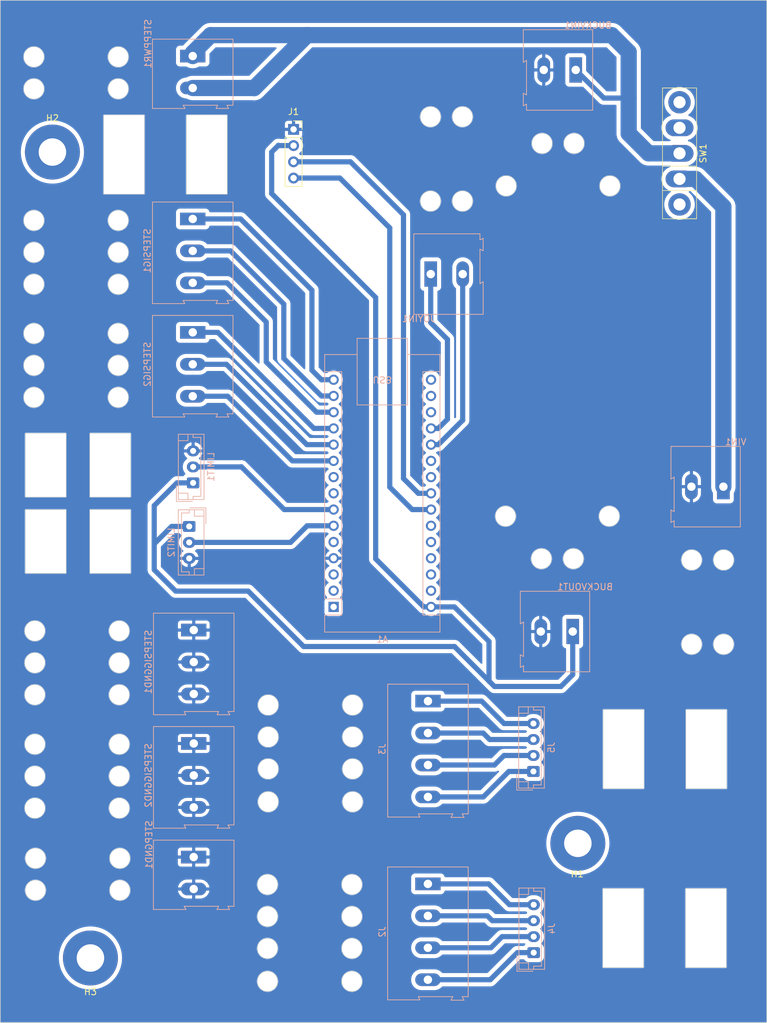
<source format=kicad_pcb>
(kicad_pcb (version 20221018) (generator pcbnew)
  (title_block (title "Super Res Main Board") (date "2023-11-09") (rev "10") (company "Nathaniel Horne, Jordan Yorgason, Jacob Cecil"))
  (layers (0 "F.Cu" signal) (31 "B.Cu" signal) (34 "B.Paste" user) (35 "F.Paste" user) (36 "B.SilkS" user "B.Silkscreen") (37 "F.SilkS" user "F.Silkscreen") (38 "B.Mask" user) (39 "F.Mask" user) (44 "Edge.Cuts" user))
  (net 0 "")
  (net 1 "GND")
  (net 2 "Net-(A1-D3)")
  (net 3 "Net-(A1-D4)")
  (net 4 "Net-(A1-D10)")
  (net 5 "Net-(A1-A0)")
  (net 6 "Net-(A1-A1)")
  (net 7 "+5V")
  (net 8 "+24V")
  (net 21 "Net-(A1-D12)")
  (net 22 "Net-(A1-D11)")
  (net 25 "Net-(A1-D7)")
  (net 28 "Net-(A1-D8)")
  (net 29 "Net-(A1-D9)")
  (net 30 "Net-(A1-A4)")
  (net 31 "Net-(A1-A5)")
  (net 32 "Net-(J2-Pin_1)")
  (net 33 "Net-(J2-Pin_2)")
  (net 34 "Net-(J2-Pin_3)")
  (net 35 "Net-(J2-Pin_4)")
  (net 36 "Net-(J3-Pin_1)")
  (net 37 "Net-(J3-Pin_2)")
  (net 38 "Net-(J3-Pin_3)")
  (net 39 "Net-(J3-Pin_4)")
  (footprint "MountingHole:MountingHole_4.3mm_M4_Pad" (layer "F.Cu") (at 53.577856 175.277856 180)
    (fp_text reference "H3" (at 0 -5.3) (layer "F.SilkS"))
    (fp_text value "MountingHole_Pad")
    (pad "1" thru_hole circle (at 0 0 180) (size 8.6 8.6) (drill 4.3) (layers "*.Cu" "*.Mask"))
  )
  (footprint "MountingHole:MountingHole_4.3mm_M4_Pad" (layer "F.Cu") (at 129.827856 157.327856 180)
    (fp_text reference "H1" (at 0.1 -4.81) (layer "F.SilkS"))
    (fp_text value "MountingHole_Pad")
    (pad "1" thru_hole circle (at 0 0 180) (size 8.6 8.6) (drill 4.3) (layers "*.Cu" "*.Mask"))
  )
  (footprint "MountingHole:MountingHole_4.3mm_M4_Pad" (layer "F.Cu") (at 47.627856 49.127856)
    (fp_text reference "H2" (at 0 -5.3) (layer "F.SilkS"))
    (fp_text value "MountingHole_Pad")
    (pad "1" thru_hole circle (at 0 0) (size 8.6 8.6) (drill 4.3) (layers "*.Cu" "*.Mask"))
  )
  (footprint "Connector_PinSocket_2.54mm:PinSocket_1x04_P2.54mm_Vertical" (layer "F.Cu") (at 85.352856 45.577856)
    (fp_text reference "J1" (at 0 -2.77) (layer "F.SilkS"))
    (fp_text value "Conn_01x04_Socket")
    (pad "1" thru_hole rect (at 0 0) (size 1.7 1.7) (drill 1) (layers "*.Cu" "*.Mask") (net 1 "GND"))
    (pad "2" thru_hole oval (at 0 2.54) (size 1.7 1.7) (drill 1) (layers "*.Cu" "*.Mask") (net 7 "+5V"))
    (pad "3" thru_hole oval (at 0 5.08) (size 1.7 1.7) (drill 1) (layers "*.Cu" "*.Mask") (net 30 "Net-(A1-A4)"))
    (pad "4" thru_hole oval (at 0 7.62) (size 1.7 1.7) (drill 1) (layers "*.Cu" "*.Mask") (net 31 "Net-(A1-A5)"))
  )
  (footprint "Custom_switches:spdt_4mm_pitch_with_tension_relief" (layer "F.Cu") (at 145.732856 49.332856 90)
    (fp_text reference "SW1" (at 0 3.6875 90) (layer "F.SilkS"))
    (fp_text value "SW_SPDT")
    (pad "" np_thru_hole circle (at -8 0 180) (size 3.5 3.5) (drill 1.905) (layers "F&B.Cu" "*.Mask"))
    (pad "" np_thru_hole circle (at 8 0 90) (size 3.5 3.5) (drill 1.905) (layers "F&B.Cu" "*.Mask"))
    (pad "1" thru_hole oval (at -4 0 90) (size 2.625 4.375) (drill 1.905) (layers "*.Cu" "*.Mask") (net 8 "+24V"))
    (pad "2" thru_hole oval (at 0 0 90) (size 2.625 4.375) (drill 1.905) (layers "*.Cu" "*.Mask") (net 8 "+24V"))
    (pad "3" thru_hole oval (at 4 0 90) (size 2.625 4.375) (drill 1.905) (layers "*.Cu" "*.Mask"))
  )
  (footprint "TerminalBlock:TerminalBlock_Altech_AK300-4_P5.00mm" (layer "B.Cu") (at 106.367856 163.677856 -90)
    (fp_text reference "J2" (at 7.5 7.15 90) (layer "B.SilkS") (effects (justify mirror)))
    (fp_text value "Screw_Terminal_01x04")
    (pad "1" thru_hole rect (at 0 0 270) (size 1.98 3.96) (drill 1.32) (layers "*.Cu" "*.Mask") (net 32 "Net-(J2-Pin_1)"))
    (pad "2" thru_hole oval (at 5 0 270) (size 1.98 3.96) (drill 1.32) (layers "*.Cu" "*.Mask") (net 33 "Net-(J2-Pin_2)"))
    (pad "3" thru_hole oval (at 10 0 270) (size 1.98 3.96) (drill 1.32) (layers "*.Cu" "*.Mask") (net 34 "Net-(J2-Pin_3)"))
    (pad "4" thru_hole oval (at 15 0 270) (size 1.98 3.96) (drill 1.32) (layers "*.Cu" "*.Mask") (net 35 "Net-(J2-Pin_4)"))
  )
  (footprint "TerminalBlock:TerminalBlock_Altech_AK300-2_P5.00mm" (layer "B.Cu") (at 129.494286 36.277856 180)
    (fp_text reference "BUCKVIN1" (at -1.92 6.99) (layer "B.SilkS") (effects (justify mirror)))
    (fp_text value "Screw_Terminal_01x02")
    (pad "1" thru_hole rect (at 0 0 180) (size 1.98 3.96) (drill 1.32) (layers "*.Cu" "*.Mask") (net 8 "+24V"))
    (pad "2" thru_hole oval (at 5 0 180) (size 1.98 3.96) (drill 1.32) (layers "*.Cu" "*.Mask") (net 1 "GND"))
  )
  (footprint "Connector_JST:JST_EH_B3B-EH-A_1x03_P2.50mm_Vertical" (layer "B.Cu") (at 69.027856 107.727856 -90)
    (fp_text reference "LIMIT2" (at 2.5 2.8 90) (layer "B.SilkS") (effects (justify mirror)))
    (fp_text value "Conn_01x03_Socket")
    (pad "1" thru_hole roundrect (at 0 0 270) (size 1.7 1.95) (drill 0.95) (layers "*.Cu" "*.Mask") (roundrect_rratio 0.1470588235) (net 7 "+5V"))
    (pad "2" thru_hole oval (at 2.5 0 270) (size 1.7 1.95) (drill 0.95) (layers "*.Cu" "*.Mask") (net 2 "Net-(A1-D3)"))
    (pad "3" thru_hole oval (at 5 0 270) (size 1.7 1.95) (drill 0.95) (layers "*.Cu" "*.Mask") (net 1 "GND"))
  )
  (footprint "Connector_JST:JST_EH_B4B-EH-A_1x04_P2.50mm_Vertical" (layer "B.Cu") (at 122.877856 146.077856 90)
    (fp_text reference "J5" (at 3.75 2.8 90) (layer "B.SilkS") (effects (justify mirror)))
    (fp_text value "Conn_01x04_Socket")
    (pad "1" thru_hole roundrect (at 0 0 90) (size 1.7 1.95) (drill 0.95) (layers "*.Cu" "*.Mask") (roundrect_rratio 0.1470588235) (net 39 "Net-(J3-Pin_4)"))
    (pad "2" thru_hole oval (at 2.5 0 90) (size 1.7 1.95) (drill 0.95) (layers "*.Cu" "*.Mask") (net 38 "Net-(J3-Pin_3)"))
    (pad "3" thru_hole oval (at 5 0 90) (size 1.7 1.95) (drill 0.95) (layers "*.Cu" "*.Mask") (net 37 "Net-(J3-Pin_2)"))
    (pad "4" thru_hole oval (at 7.5 0 90) (size 1.7 1.95) (drill 0.95) (layers "*.Cu" "*.Mask") (net 36 "Net-(J3-Pin_1)"))
  )
  (footprint "TerminalBlock:TerminalBlock_Altech_AK300-3_P5.00mm" (layer "B.Cu") (at 69.738672 141.7 -90)
    (fp_text reference "STEPSIGGND2" (at 5 7.1 -270) (layer "B.SilkS") (effects (justify mirror)))
    (fp_text value "Screw_Terminal_01x03")
    (pad "1" thru_hole rect (at 0 0 270) (size 1.98 3.96) (drill 1.32) (layers "*.Cu" "*.Mask") (net 1 "GND"))
    (pad "2" thru_hole oval (at 5 0 270) (size 1.98 3.96) (drill 1.32) (layers "*.Cu" "*.Mask") (net 1 "GND"))
    (pad "3" thru_hole oval (at 10 0 270) (size 1.98 3.96) (drill 1.32) (layers "*.Cu" "*.Mask") (net 1 "GND"))
  )
  (footprint "TerminalBlock:TerminalBlock_Altech_AK300-3_P5.00mm" (layer "B.Cu") (at 69.577856 59.6 -90)
    (fp_text reference "STEPSIG1" (at 5 7.1 -270) (layer "B.SilkS") (effects (justify mirror)))
    (fp_text value "Screw_Terminal_01x03")
    (pad "1" thru_hole rect (at 0 0 270) (size 1.98 3.96) (drill 1.32) (layers "*.Cu" "*.Mask") (net 21 "Net-(A1-D12)"))
    (pad "2" thru_hole oval (at 5 0 270) (size 1.98 3.96) (drill 1.32) (layers "*.Cu" "*.Mask") (net 22 "Net-(A1-D11)"))
    (pad "3" thru_hole oval (at 10 0 270) (size 1.98 3.96) (drill 1.32) (layers "*.Cu" "*.Mask") (net 4 "Net-(A1-D10)"))
  )
  (footprint "TerminalBlock:TerminalBlock_Altech_AK300-2_P5.00mm" (layer "B.Cu") (at 129.027856 124.177856 180)
    (fp_text reference "BUCKVOUT1" (at -1.92 6.99) (layer "B.SilkS") (effects (justify mirror)))
    (fp_text value "Screw_Terminal_01x02")
    (pad "1" thru_hole rect (at 0 0 180) (size 1.98 3.96) (drill 1.32) (layers "*.Cu" "*.Mask") (net 7 "+5V"))
    (pad "2" thru_hole oval (at 5 0 180) (size 1.98 3.96) (drill 1.32) (layers "*.Cu" "*.Mask") (net 1 "GND"))
  )
  (footprint "TerminalBlock:TerminalBlock_Altech_AK300-2_P5.00mm" (layer "B.Cu") (at 69.728672 159.48 -90)
    (fp_text reference "STEPGND1" (at -1.92 6.99 -270) (layer "B.SilkS") (effects (justify mirror)))
    (fp_text value "Screw_Terminal_01x02")
    (pad "1" thru_hole rect (at 0 0 270) (size 1.98 3.96) (drill 1.32) (layers "*.Cu" "*.Mask") (net 1 "GND"))
    (pad "2" thru_hole oval (at 5 0 270) (size 1.98 3.96) (drill 1.32) (layers "*.Cu" "*.Mask") (net 1 "GND"))
  )
  (footprint "TerminalBlock:TerminalBlock_Altech_AK300-3_P5.00mm" (layer "B.Cu") (at 69.738672 123.95 -90)
    (fp_text reference "STEPSIGGND1" (at 5 7.1 -270) (layer "B.SilkS") (effects (justify mirror)))
    (fp_text value "Screw_Terminal_01x03")
    (pad "1" thru_hole rect (at 0 0 270) (size 1.98 3.96) (drill 1.32) (layers "*.Cu" "*.Mask") (net 1 "GND"))
    (pad "2" thru_hole oval (at 5 0 270) (size 1.98 3.96) (drill 1.32) (layers "*.Cu" "*.Mask") (net 1 "GND"))
    (pad "3" thru_hole oval (at 10 0 270) (size 1.98 3.96) (drill 1.32) (layers "*.Cu" "*.Mask") (net 1 "GND"))
  )
  (footprint "Connector_JST:JST_EH_B3B-EH-A_1x03_P2.50mm_Vertical" (layer "B.Cu") (at 69.637856 100.910712 90)
    (fp_text reference "LIMIT1" (at 2.5 2.8 90) (layer "B.SilkS") (effects (justify mirror)))
    (fp_text value "Conn_01x03_Socket")
    (pad "1" thru_hole roundrect (at 0 0 90) (size 1.7 1.95) (drill 0.95) (layers "*.Cu" "*.Mask") (roundrect_rratio 0.1470588235) (net 7 "+5V"))
    (pad "2" thru_hole oval (at 2.5 0 90) (size 1.7 1.95) (drill 0.95) (layers "*.Cu" "*.Mask") (net 3 "Net-(A1-D4)"))
    (pad "3" thru_hole oval (at 5 0 90) (size 1.7 1.95) (drill 0.95) (layers "*.Cu" "*.Mask") (net 1 "GND"))
  )
  (footprint "TerminalBlock:TerminalBlock_Altech_AK300-2_P5.00mm" (layer "B.Cu") (at 69.577856 34.102856 -90)
    (fp_text reference "STEPPWR1" (at -1.92 6.99 -270) (layer "B.SilkS") (effects (justify mirror)))
    (fp_text value "Screw_Terminal_01x02")
    (pad "1" thru_hole rect (at 0 0 270) (size 1.98 3.96) (drill 1.32) (layers "*.Cu" "*.Mask") (net 8 "+24V"))
    (pad "2" thru_hole oval (at 5 0 270) (size 1.98 3.96) (drill 1.32) (layers "*.Cu" "*.Mask") (net 8 "+24V"))
  )
  (footprint "Module:Arduino_Nano" (layer "B.Cu") (at 91.617856 120.325)
    (fp_text reference "A1" (at 7.62 5.08) (layer "B.SilkS") (effects (justify mirror)))
    (fp_text value "Arduino_Nano_v3.x")
    (fp_text user "USB" (at 7.62 -35.56 180 unlocked) (layer "B.SilkS") (effects (justify mirror)))
    (pad "1" thru_hole rect (at 0 0) (size 1.6 1.6) (drill 1) (layers "*.Cu" "*.Mask"))
    (pad "2" thru_hole oval (at 0 -2.54) (size 1.6 1.6) (drill 1) (layers "*.Cu" "*.Mask"))
    (pad "3" thru_hole oval (at 0 -5.08) (size 1.6 1.6) (drill 1) (layers "*.Cu" "*.Mask"))
    (pad "4" thru_hole oval (at 0 -7.62) (size 1.6 1.6) (drill 1) (layers "*.Cu" "*.Mask") (net 1 "GND"))
    (pad "5" thru_hole oval (at 0 -10.16) (size 1.6 1.6) (drill 1) (layers "*.Cu" "*.Mask"))
    (pad "6" thru_hole oval (at 0 -12.7) (size 1.6 1.6) (drill 1) (layers "*.Cu" "*.Mask") (net 2 "Net-(A1-D3)"))
    (pad "7" thru_hole oval (at 0 -15.24) (size 1.6 1.6) (drill 1) (layers "*.Cu" "*.Mask") (net 3 "Net-(A1-D4)"))
    (pad "8" thru_hole oval (at 0 -17.78) (size 1.6 1.6) (drill 1) (layers "*.Cu" "*.Mask"))
    (pad "9" thru_hole oval (at 0 -20.32) (size 1.6 1.6) (drill 1) (layers "*.Cu" "*.Mask"))
    (pad "10" thru_hole oval (at 0 -22.86) (size 1.6 1.6) (drill 1) (layers "*.Cu" "*.Mask") (net 25 "Net-(A1-D7)"))
    (pad "11" thru_hole oval (at 0 -25.4) (size 1.6 1.6) (drill 1) (layers "*.Cu" "*.Mask") (net 28 "Net-(A1-D8)"))
    (pad "12" thru_hole oval (at 0 -27.94) (size 1.6 1.6) (drill 1) (layers "*.Cu" "*.Mask") (net 29 "Net-(A1-D9)"))
    (pad "13" thru_hole oval (at 0 -30.48) (size 1.6 1.6) (drill 1) (layers "*.Cu" "*.Mask") (net 4 "Net-(A1-D10)"))
    (pad "14" thru_hole oval (at 0 -33.02) (size 1.6 1.6) (drill 1) (layers "*.Cu" "*.Mask") (net 22 "Net-(A1-D11)"))
    (pad "15" thru_hole oval (at 0 -35.56) (size 1.6 1.6) (drill 1) (layers "*.Cu" "*.Mask") (net 21 "Net-(A1-D12)"))
    (pad "16" thru_hole oval (at 15.24 -35.56) (size 1.6 1.6) (drill 1) (layers "*.Cu" "*.Mask"))
    (pad "17" thru_hole oval (at 15.24 -33.02) (size 1.6 1.6) (drill 1) (layers "*.Cu" "*.Mask"))
    (pad "18" thru_hole oval (at 15.24 -30.48) (size 1.6 1.6) (drill 1) (layers "*.Cu" "*.Mask"))
    (pad "19" thru_hole oval (at 15.24 -27.94) (size 1.6 1.6) (drill 1) (layers "*.Cu" "*.Mask") (net 5 "Net-(A1-A0)"))
    (pad "20" thru_hole oval (at 15.24 -25.4) (size 1.6 1.6) (drill 1) (layers "*.Cu" "*.Mask") (net 6 "Net-(A1-A1)"))
    (pad "21" thru_hole oval (at 15.24 -22.86) (size 1.6 1.6) (drill 1) (layers "*.Cu" "*.Mask"))
    (pad "22" thru_hole oval (at 15.24 -20.32) (size 1.6 1.6) (drill 1) (layers "*.Cu" "*.Mask"))
    (pad "23" thru_hole oval (at 15.24 -17.78) (size 1.6 1.6) (drill 1) (layers "*.Cu" "*.Mask") (net 30 "Net-(A1-A4)"))
    (pad "24" thru_hole oval (at 15.24 -15.24) (size 1.6 1.6) (drill 1) (layers "*.Cu" "*.Mask") (net 31 "Net-(A1-A5)"))
    (pad "25" thru_hole oval (at 15.24 -12.7) (size 1.6 1.6) (drill 1) (layers "*.Cu" "*.Mask"))
    (pad "26" thru_hole oval (at 15.24 -10.16) (size 1.6 1.6) (drill 1) (layers "*.Cu" "*.Mask"))
    (pad "27" thru_hole oval (at 15.24 -7.62) (size 1.6 1.6) (drill 1) (layers "*.Cu" "*.Mask"))
    (pad "28" thru_hole oval (at 15.24 -5.08) (size 1.6 1.6) (drill 1) (layers "*.Cu" "*.Mask"))
    (pad "29" thru_hole oval (at 15.24 -2.54) (size 1.6 1.6) (drill 1) (layers "*.Cu" "*.Mask"))
    (pad "30" thru_hole oval (at 15.24 0) (size 1.6 1.6) (drill 1) (layers "*.Cu" "*.Mask") (net 7 "+5V"))
  )
  (footprint "TerminalBlock:TerminalBlock_Altech_AK300-2_P5.00mm" (layer "B.Cu") (at 106.812856 68.227856)
    (fp_text reference "JOYIN1" (at -1.92 6.99) (layer "B.SilkS") (effects (justify mirror)))
    (fp_text value "Screw_Terminal_01x02")
    (pad "1" thru_hole rect (at 0 0) (size 1.98 3.96) (drill 1.32) (layers "*.Cu" "*.Mask") (net 5 "Net-(A1-A0)"))
    (pad "2" thru_hole oval (at 5 0) (size 1.98 3.96) (drill 1.32) (layers "*.Cu" "*.Mask") (net 6 "Net-(A1-A1)"))
  )
  (footprint "TerminalBlock:TerminalBlock_Altech_AK300-3_P5.00mm" (layer "B.Cu") (at 69.577856 77.35 -90)
    (fp_text reference "STEPSIG2" (at 5 7.1 -270) (layer "B.SilkS") (effects (justify mirror)))
    (fp_text value "Screw_Terminal_01x03")
    (pad "1" thru_hole rect (at 0 0 270) (size 1.98 3.96) (drill 1.32) (layers "*.Cu" "*.Mask") (net 29 "Net-(A1-D9)"))
    (pad "2" thru_hole oval (at 5 0 270) (size 1.98 3.96) (drill 1.32) (layers "*.Cu" "*.Mask") (net 28 "Net-(A1-D8)"))
    (pad "3" thru_hole oval (at 10 0 270) (size 1.98 3.96) (drill 1.32) (layers "*.Cu" "*.Mask") (net 25 "Net-(A1-D7)"))
  )
  (footprint "TerminalBlock:TerminalBlock_Altech_AK300-4_P5.00mm" (layer "B.Cu") (at 106.377856 135.067856 -90)
    (fp_text reference "J3" (at 7.5 7.15 90) (layer "B.SilkS") (effects (justify mirror)))
    (fp_text value "Screw_Terminal_01x04")
    (pad "1" thru_hole rect (at 0 0 270) (size 1.98 3.96) (drill 1.32) (layers "*.Cu" "*.Mask") (net 36 "Net-(J3-Pin_1)"))
    (pad "2" thru_hole oval (at 5 0 270) (size 1.98 3.96) (drill 1.32) (layers "*.Cu" "*.Mask") (net 37 "Net-(J3-Pin_2)"))
    (pad "3" thru_hole oval (at 10 0 270) (size 1.98 3.96) (drill 1.32) (layers "*.Cu" "*.Mask") (net 38 "Net-(J3-Pin_3)"))
    (pad "4" thru_hole oval (at 15 0 270) (size 1.98 3.96) (drill 1.32) (layers "*.Cu" "*.Mask") (net 39 "Net-(J3-Pin_4)"))
  )
  (footprint "Connector_JST:JST_EH_B4B-EH-A_1x04_P2.50mm_Vertical" (layer "B.Cu") (at 122.917856 174.437856 90)
    (fp_text reference "J4" (at 3.75 2.8 90) (layer "B.SilkS") (effects (justify mirror)))
    (fp_text value "Conn_01x04_Socket")
    (pad "1" thru_hole roundrect (at 0 0 90) (size 1.7 1.95) (drill 0.95) (layers "*.Cu" "*.Mask") (roundrect_rratio 0.1470588235) (net 35 "Net-(J2-Pin_4)"))
    (pad "2" thru_hole oval (at 2.5 0 90) (size 1.7 1.95) (drill 0.95) (layers "*.Cu" "*.Mask") (net 34 "Net-(J2-Pin_3)"))
    (pad "3" thru_hole oval (at 5 0 90) (size 1.7 1.95) (drill 0.95) (layers "*.Cu" "*.Mask") (net 33 "Net-(J2-Pin_2)"))
    (pad "4" thru_hole oval (at 7.5 0 90) (size 1.7 1.95) (drill 0.95) (layers "*.Cu" "*.Mask") (net 32 "Net-(J2-Pin_1)"))
  )
  (footprint "TerminalBlock:TerminalBlock_Altech_AK300-2_P5.00mm" (layer "B.Cu") (at 152.592856 101.502856 180)
    (fp_text reference "VIN1" (at -1.92 6.99) (layer "B.SilkS") (effects (justify mirror)))
    (fp_text value "Screw_Terminal_01x02")
    (pad "1" thru_hole rect (at 0 0 180) (size 1.98 3.96) (drill 1.32) (layers "*.Cu" "*.Mask") (net 8 "+24V"))
    (pad "2" thru_hole oval (at 5 0 180) (size 1.98 3.96) (drill 1.32) (layers "*.Cu" "*.Mask") (net 1 "GND"))
  )
  (gr_rect (start 39.477856 25.377856) (end 159.377856 185.377856) (stroke (width 0.1)) (fill none) (layer "Edge.Cuts"))
  (gr_circle (center 44.727856 64.827856) (end 46.327856 64.827856) (stroke (width 0.1)) (fill none) (layer "Edge.Cuts"))
  (gr_circle (center 44.878672 129.072856) (end 46.478672 129.072856) (stroke (width 0.1)) (fill none) (layer "Edge.Cuts"))
  (gr_rect (start 53.477856 105.077856) (end 59.877856 115.077856) (stroke (width 0.1)) (fill none) (layer "Edge.Cuts"))
  (gr_circle (center 94.587856 140.677856) (end 96.187856 140.677856) (stroke (width 0.1)) (fill none) (layer "Edge.Cuts"))
  (gr_circle (center 44.978672 159.672856) (end 46.578672 159.672856) (stroke (width 0.1)) (fill none) (layer "Edge.Cuts"))
  (gr_circle (center 118.614286 54.427856) (end 118.614286 56.027856) (stroke (width 0.1)) (fill none) (layer "Edge.Cuts"))
  (gr_circle (center 58.088672 146.817856) (end 59.688672 146.817856) (stroke (width 0.1)) (fill none) (layer "Edge.Cuts"))
  (gr_rect (start 43.377856 93.127856) (end 49.777856 103.127856) (stroke (width 0.1)) (fill none) (layer "Edge.Cuts"))
  (gr_circle (center 44.888672 146.817856) (end 46.488672 146.817856) (stroke (width 0.1)) (fill none) (layer "Edge.Cuts"))
  (gr_circle (center 44.727856 87.522856) (end 46.327856 87.522856) (stroke (width 0.1)) (fill none) (layer "Edge.Cuts"))
  (gr_circle (center 129.227856 47.777856) (end 129.227856 46.177856) (stroke (width 0.1)) (fill none) (layer "Edge.Cuts"))
  (gr_circle (center 58.078672 134.072856) (end 59.678672 134.072856) (stroke (width 0.1)) (fill none) (layer "Edge.Cuts"))
  (gr_circle (center 94.477856 178.927856) (end 96.077856 178.927856) (stroke (width 0.1)) (fill none) (layer "Edge.Cuts"))
  (gr_circle (center 44.878672 124.072856) (end 46.478672 124.072856) (stroke (width 0.1)) (fill none) (layer "Edge.Cuts"))
  (gr_circle (center 44.888672 141.817856) (end 46.488672 141.817856) (stroke (width 0.1)) (fill none) (layer "Edge.Cuts"))
  (gr_circle (center 134.741426 106.127856) (end 134.741426 104.527856) (stroke (width 0.1)) (fill none) (layer "Edge.Cuts"))
  (gr_circle (center 44.727856 69.827856) (end 46.327856 69.827856) (stroke (width 0.1)) (fill none) (layer "Edge.Cuts"))
  (gr_circle (center 106.777856 43.605712) (end 106.777856 45.205712) (stroke (width 0.1)) (fill none) (layer "Edge.Cuts"))
  (gr_circle (center 57.927856 87.522856) (end 59.527856 87.522856) (stroke (width 0.1)) (fill none) (layer "Edge.Cuts"))
  (gr_circle (center 58.178672 164.672856) (end 59.778672 164.672856) (stroke (width 0.1)) (fill none) (layer "Edge.Cuts"))
  (gr_rect (start 55.627856 43.322856) (end 62.027856 55.722856) (stroke (width 0.1)) (fill none) (layer "Edge.Cuts"))
  (gr_rect (start 68.577856 43.322856) (end 74.977856 55.722856) (stroke (width 0.1)) (fill none) (layer "Edge.Cuts"))
  (gr_circle (center 118.514286 106.127856) (end 118.514286 107.727856) (stroke (width 0.1)) (fill none) (layer "Edge.Cuts"))
  (gr_circle (center 124.127856 112.777856) (end 124.127856 114.377856) (stroke (width 0.1)) (fill none) (layer "Edge.Cuts"))
  (gr_circle (center 57.927856 69.827856) (end 59.527856 69.827856) (stroke (width 0.1)) (fill none) (layer "Edge.Cuts"))
  (gr_circle (center 58.178672 159.672856) (end 59.778672 159.672856) (stroke (width 0.1)) (fill none) (layer "Edge.Cuts"))
  (gr_circle (center 58.078672 129.072856) (end 59.678672 129.072856) (stroke (width 0.1)) (fill none) (layer "Edge.Cuts"))
  (gr_circle (center 58.088672 141.817856) (end 59.688672 141.817856) (stroke (width 0.1)) (fill none) (layer "Edge.Cuts"))
  (gr_circle (center 94.477856 168.777856) (end 96.077856 168.777856) (stroke (width 0.1)) (fill none) (layer "Edge.Cuts"))
  (gr_circle (center 81.277856 163.777856) (end 82.877856 163.777856) (stroke (width 0.1)) (fill none) (layer "Edge.Cuts"))
  (gr_circle (center 81.277856 168.777856) (end 82.877856 168.777856) (stroke (width 0.1)) (fill none) (layer "Edge.Cuts"))
  (gr_circle (center 81.277856 178.927856) (end 82.877856 178.927856) (stroke (width 0.1)) (fill none) (layer "Edge.Cuts"))
  (gr_rect (start 146.727856 136.377856) (end 153.127856 148.777856) (stroke (width 0.1)) (fill none) (layer "Edge.Cuts"))
  (gr_circle (center 44.727856 59.827856) (end 46.327856 59.827856) (stroke (width 0.1)) (fill none) (layer "Edge.Cuts"))
  (gr_circle (center 44.727856 77.522856) (end 46.327856 77.522856) (stroke (width 0.1)) (fill none) (layer "Edge.Cuts"))
  (gr_circle (center 44.727856 82.522856) (end 46.327856 82.522856) (stroke (width 0.1)) (fill none) (layer "Edge.Cuts"))
  (gr_circle (center 57.927856 64.827856) (end 59.527856 64.827856) (stroke (width 0.1)) (fill none) (layer "Edge.Cuts"))
  (gr_circle (center 152.627856 126.175) (end 152.627856 124.575) (stroke (width 0.1)) (fill none) (layer "Edge.Cuts"))
  (gr_circle (center 81.387856 145.677856) (end 82.987856 145.677856) (stroke (width 0.1)) (fill none) (layer "Edge.Cuts"))
  (gr_circle (center 94.477856 163.777856) (end 96.077856 163.777856) (stroke (width 0.1)) (fill none) (layer "Edge.Cuts"))
  (gr_rect (start 53.477856 93.127856) (end 59.877856 103.127856) (stroke (width 0.1)) (fill none) (layer "Edge.Cuts"))
  (gr_rect (start 133.777856 136.377856) (end 140.177856 148.777856) (stroke (width 0.1)) (fill none) (layer "Edge.Cuts"))
  (gr_circle (center 152.627856 112.975) (end 152.627856 111.375) (stroke (width 0.1)) (fill none) (layer "Edge.Cuts"))
  (gr_circle (center 57.927856 82.522856) (end 59.527856 82.522856) (stroke (width 0.1)) (fill none) (layer "Edge.Cuts"))
  (gr_circle (center 44.888672 151.817856) (end 46.488672 151.817856) (stroke (width 0.1)) (fill none) (layer "Edge.Cuts"))
  (gr_circle (center 147.627856 112.975) (end 147.627856 111.375) (stroke (width 0.1)) (fill none) (layer "Edge.Cuts"))
  (gr_circle (center 111.777856 56.805712) (end 111.777856 58.405712) (stroke (width 0.1)) (fill none) (layer "Edge.Cuts"))
  (gr_circle (center 106.777856 56.805712) (end 106.777856 58.405712) (stroke (width 0.1)) (fill none) (layer "Edge.Cuts"))
  (gr_circle (center 57.927856 77.522856) (end 59.527856 77.522856) (stroke (width 0.1)) (fill none) (layer "Edge.Cuts"))
  (gr_circle (center 81.277856 173.777856) (end 82.877856 173.777856) (stroke (width 0.1)) (fill none) (layer "Edge.Cuts"))
  (gr_rect (start 146.667856 164.387856) (end 153.067856 176.787856) (stroke (width 0.1)) (fill none) (layer "Edge.Cuts"))
  (gr_circle (center 94.587856 145.677856) (end 96.187856 145.677856) (stroke (width 0.1)) (fill none) (layer "Edge.Cuts"))
  (gr_circle (center 44.727856 34.230712) (end 46.327856 34.230712) (stroke (width 0.1)) (fill none) (layer "Edge.Cuts"))
  (gr_circle (center 44.878672 134.072856) (end 46.478672 134.072856) (stroke (width 0.1)) (fill none) (layer "Edge.Cuts"))
  (gr_circle (center 94.477856 173.777856) (end 96.077856 173.777856) (stroke (width 0.1)) (fill none) (layer "Edge.Cuts"))
  (gr_circle (center 129.127856 112.777856) (end 129.127856 114.377856) (stroke (width 0.1)) (fill none) (layer "Edge.Cuts"))
  (gr_circle (center 147.627856 126.175) (end 147.627856 124.575) (stroke (width 0.1)) (fill none) (layer "Edge.Cuts"))
  (gr_circle (center 58.078672 124.072856) (end 59.678672 124.072856) (stroke (width 0.1)) (fill none) (layer "Edge.Cuts"))
  (gr_circle (center 124.227856 47.777856) (end 124.227856 46.177856) (stroke (width 0.1)) (fill none) (layer "Edge.Cuts"))
  (gr_circle (center 94.587856 135.677856) (end 96.187856 135.677856) (stroke (width 0.1)) (fill none) (layer "Edge.Cuts"))
  (gr_rect (start 43.377856 105.077856) (end 49.777856 115.077856) (stroke (width 0.1)) (fill none) (layer "Edge.Cuts"))
  (gr_circle (center 44.978672 164.672856) (end 46.578672 164.672856) (stroke (width 0.1)) (fill none) (layer "Edge.Cuts"))
  (gr_circle (center 94.587856 150.827856) (end 96.187856 150.827856) (stroke (width 0.1)) (fill none) (layer "Edge.Cuts"))
  (gr_circle (center 57.927856 59.827856) (end 59.527856 59.827856) (stroke (width 0.1)) (fill none) (layer "Edge.Cuts"))
  (gr_rect (start 133.717856 164.387856) (end 140.117856 176.787856) (stroke (width 0.1)) (fill none) (layer "Edge.Cuts"))
  (gr_circle (center 44.727856 39.230712) (end 46.327856 39.230712) (stroke (width 0.1)) (fill none) (layer "Edge.Cuts"))
  (gr_circle (center 134.841426 54.427856) (end 134.841426 52.827856) (stroke (width 0.1)) (fill none) (layer "Edge.Cuts"))
  (gr_circle (center 58.088672 151.817856) (end 59.688672 151.817856) (stroke (width 0.1)) (fill none) (layer "Edge.Cuts"))
  (gr_circle (center 81.387856 135.677856) (end 82.987856 135.677856) (stroke (width 0.1)) (fill none) (layer "Edge.Cuts"))
  (gr_circle (center 111.777856 43.605712) (end 111.777856 45.205712) (stroke (width 0.1)) (fill none) (layer "Edge.Cuts"))
  (gr_circle (center 57.927856 34.230712) (end 59.527856 34.230712) (stroke (width 0.1)) (fill none) (layer "Edge.Cuts"))
  (gr_circle (center 81.387856 140.677856) (end 82.987856 140.677856) (stroke (width 0.1)) (fill none) (layer "Edge.Cuts"))
  (gr_circle (center 57.927856 39.230712) (end 59.527856 39.230712) (stroke (width 0.1)) (fill none) (layer "Edge.Cuts"))
  (gr_circle (center 81.387856 150.827856) (end 82.987856 150.827856) (stroke (width 0.1)) (fill none) (layer "Edge.Cuts"))
  (segment (start 69.178672 123.39) (end 69.738672 123.95) (width 0.8128) (layer "B.Cu") (net 1))
  (segment (start 87.480712 107.625) (end 91.617856 107.625) (width 0.8128) (layer "B.Cu") (net 2))
  (segment (start 84.877856 110.227856) (end 87.480712 107.625) (width 0.8128) (layer "B.Cu") (net 2))
  (segment (start 69.027856 110.227856) (end 84.877856 110.227856) (width 0.8128) (layer "B.Cu") (net 2))
  (segment (start 77.195 98.395) (end 83.885 105.085) (width 0.8128) (layer "B.Cu") (net 3))
  (segment (start 77.195 98.395) (end 77.179288 98.410712) (width 0.8128) (layer "B.Cu") (net 3))
  (segment (start 77.179288 98.410712) (end 69.637856 98.410712) (width 0.8128) (layer "B.Cu") (net 3))
  (segment (start 83.885 105.085) (end 91.617856 105.085) (width 0.8128) (layer "B.Cu") (net 3))
  (segment (start 88.945 89.845) (end 91.617856 89.845) (width 0.8128) (layer "B.Cu") (net 4))
  (segment (start 69.577856 69.6) (end 74.95 69.6) (width 0.8128) (layer "B.Cu") (net 4))
  (segment (start 81.077856 81.977856) (end 88.945 89.845) (width 0.8128) (layer "B.Cu") (net 4))
  (segment (start 81.077856 75.727856) (end 81.077856 81.977856) (width 0.8128) (layer "B.Cu") (net 4))
  (segment (start 74.95 69.6) (end 81.077856 75.727856) (width 0.8128) (layer "B.Cu") (net 4))
  (segment (start 109.427856 78.452856) (end 109.427856 90.94637) (width 0.8128) (layer "B.Cu") (net 5))
  (segment (start 106.812856 68.227856) (end 106.812856 75.837856) (width 0.8128) (layer "B.Cu") (net 5))
  (segment (start 107.989226 92.385) (end 106.857856 92.385) (width 0.8128) (layer "B.Cu") (net 5))
  (segment (start 109.427856 90.94637) (end 107.989226 92.385) (width 0.8128) (layer "B.Cu") (net 5))
  (segment (start 106.812856 75.837856) (end 109.427856 78.452856) (width 0.8128) (layer "B.Cu") (net 5))
  (segment (start 107.989226 94.925) (end 106.857856 94.925) (width 0.8128) (layer "B.Cu") (net 6))
  (segment (start 111.812856 68.227856) (end 111.812856 91.10137) (width 0.8128) (layer "B.Cu") (net 6))
  (segment (start 111.812856 91.10137) (end 107.989226 94.925) (width 0.8128) (layer "B.Cu") (net 6))
  (segment (start 67.12 100.910712) (end 69.637856 100.910712) (width 0.8128) (layer "B.Cu") (net 7))
  (segment (start 110.525 126.525) (end 86.925 126.525) (width 0.8128) (layer "B.Cu") (net 7))
  (segment (start 86.925 126.525) (end 78.25 117.85) (width 0.8128) (layer "B.Cu") (net 7))
  (segment (start 66.9 117.85) (end 63.552856 114.502856) (width 0.8128) (layer "B.Cu") (net 7))
  (segment (start 127.177856 132.777856) (end 129.027856 130.927856) (width 0.8128) (layer "B.Cu") (net 7))
  (segment (start 78.25 117.85) (end 66.9 117.85) (width 0.8128) (layer "B.Cu") (net 7))
  (segment (start 116.777856 132.777856) (end 127.177856 132.777856) (width 0.8128) (layer "B.Cu") (net 7))
  (segment (start 82.977856 48.077856) (end 83.017856 48.117856) (width 0.8128) (layer "B.Cu") (net 7))
  (segment (start 106.857856 120.325) (end 110.525 120.325) (width 0.8128) (layer "B.Cu") (net 7))
  (segment (start 129.027856 130.927856) (end 129.027856 124.177856) (width 0.8128) (layer "B.Cu") (net 7))
  (segment (start 66.277856 107.727856) (end 63.552856 110.452856) (width 0.8128) (layer "B.Cu") (net 7))
  (segment (start 69.027856 107.727856) (end 66.277856 107.727856) (width 0.8128) (layer "B.Cu") (net 7))
  (segment (start 81.927856 49.127856) (end 82.977856 48.077856) (width 0.8128) (layer "B.Cu") (net 7))
  (segment (start 98.2 112.798514) (end 98.2 71.9) (width 0.8128) (layer "B.Cu") (net 7))
  (segment (start 81.927856 55.627856) (end 81.927856 49.127856) (width 0.8128) (layer "B.Cu") (net 7))
  (segment (start 63.552856 114.502856) (end 63.552856 110.452856) (width 0.8128) (layer "B.Cu") (net 7))
  (segment (start 115.927856 131.927856) (end 116.002856 132.002856) (width 0.8128) (layer "B.Cu") (net 7))
  (segment (start 116.002856 132.002856) (end 110.525 126.525) (width 0.8128) (layer "B.Cu") (net 7))
  (segment (start 115.927856 125.727856) (end 115.927856 131.927856) (width 0.8128) (layer "B.Cu") (net 7))
  (segment (start 63.552856 104.477856) (end 67.12 100.910712) (width 0.8128) (layer "B.Cu") (net 7))
  (segment (start 105.726486 120.325) (end 98.2 112.798514) (width 0.8128) (layer "B.Cu") (net 7))
  (segment (start 63.552856 110.452856) (end 63.552856 104.477856) (width 0.8128) (layer "B.Cu") (net 7))
  (segment (start 116.002856 132.002856) (end 116.777856 132.777856) (width 0.8128) (layer "B.Cu") (net 7))
  (segment (start 98.2 71.9) (end 81.927856 55.627856) (width 0.8128) (layer "B.Cu") (net 7))
  (segment (start 110.525 120.325) (end 115.927856 125.727856) (width 0.8128) (layer "B.Cu") (net 7))
  (segment (start 106.857856 120.325) (end 105.726486 120.325) (width 0.8128) (layer "B.Cu") (net 7))
  (segment (start 83.017856 48.117856) (end 85.352856 48.117856) (width 0.8128) (layer "B.Cu") (net 7))
  (segment (start 69.655 100.927856) (end 69.637856 100.910712) (width 0.8128) (layer "B.Cu") (net 7))
  (segment (start 69.577856 33.627856) (end 69.577856 34.102856) (width 2.54) (layer "B.Cu") (net 8))
  (segment (start 137.777856 46.227856) (end 137.777856 40.677856) (width 2.54) (layer "B.Cu") (net 8))
  (segment (start 87.477856 30.827856) (end 72.377856 30.827856) (width 2.54) (layer "B.Cu") (net 8))
  (segment (start 79.152856 39.102856) (end 69.577856 39.102856) (width 2.54) (layer "B.Cu") (net 8))
  (segment (start 152.592856 57.692856) (end 148.232856 53.332856) (width 2.54) (layer "B.Cu") (net 8))
  (segment (start 137.777856 40.677856) (end 137.777856 33.477856) (width 2.54) (layer "B.Cu") (net 8))
  (segment (start 133.894286 40.677856) (end 137.777856 40.677856) (width 0.8128) (layer "B.Cu") (net 8))
  (segment (start 79.177856 39.127856) (end 79.152856 39.102856) (width 2.54) (layer "B.Cu") (net 8))
  (segment (start 148.232856 53.332856) (end 145.732856 53.332856) (width 2.54) (layer "B.Cu") (net 8))
  (segment (start 87.477856 30.827856) (end 79.177856 39.127856) (width 2.54) (layer "B.Cu") (net 8))
  (segment (start 152.592856 101.502856) (end 152.592856 57.692856) (width 2.54) (layer "B.Cu") (net 8))
  (segment (start 129.494286 36.277856) (end 133.894286 40.677856) (width 0.8128) (layer "B.Cu") (net 8))
  (segment (start 140.882856 49.332856) (end 137.777856 46.227856) (width 2.54) (layer "B.Cu") (net 8))
  (segment (start 145.732856 49.332856) (end 140.882856 49.332856) (width 2.54) (layer "B.Cu") (net 8))
  (segment (start 137.777856 33.477856) (end 135.127856 30.827856) (width 2.54) (layer "B.Cu") (net 8))
  (segment (start 69.602856 34.352856) (end 69.587856 34.367856) (width 0.8128) (layer "B.Cu") (net 8))
  (segment (start 135.127856 30.827856) (end 87.477856 30.827856) (width 2.54) (layer "B.Cu") (net 8))
  (segment (start 72.377856 30.827856) (end 69.577856 33.627856) (width 2.54) (layer "B.Cu") (net 8))
  (segment (start 89.727856 84.777856) (end 89.740712 84.765) (width 0.8128) (layer "B.Cu") (net 21))
  (segment (start 88.227856 83.277856) (end 89.727856 84.777856) (width 0.8128) (layer "B.Cu") (net 21))
  (segment (start 88.227856 70.75) (end 88.227856 83.277856) (width 0.8128) (layer "B.Cu") (net 21))
  (segment (start 69.577856 59.6) (end 77.077856 59.6) (width 0.8128) (layer "B.Cu") (net 21))
  (segment (start 89.740712 84.765) (end 91.617856 84.765) (width 0.8128) (layer "B.Cu") (net 21))
  (segment (start 77.077856 59.6) (end 88.227856 70.75) (width 0.8128) (layer "B.Cu") (net 21))
  (segment (start 69.577856 64.6) (end 75.5 64.6) (width 0.8128) (layer "B.Cu") (net 22))
  (segment (start 89.705 87.305) (end 91.617856 87.305) (width 0.8128) (layer "B.Cu") (net 22))
  (segment (start 83.827856 81.427856) (end 89.705 87.305) (width 0.8128) (layer "B.Cu") (net 22))
  (segment (start 75.5 64.6) (end 83.827856 72.927856) (width 0.8128) (layer "B.Cu") (net 22))
  (segment (start 83.827856 72.927856) (end 83.827856 81.427856) (width 0.8128) (layer "B.Cu") (net 22))
  (segment (start 85.165 97.465) (end 91.617856 97.465) (width 0.8128) (layer "B.Cu") (net 25))
  (segment (start 75.05 87.35) (end 85.165 97.465) (width 0.8128) (layer "B.Cu") (net 25))
  (segment (start 69.577856 87.35) (end 75.05 87.35) (width 0.8128) (layer "B.Cu") (net 25))
  (segment (start 87.425 94.925) (end 91.617856 94.925) (width 0.8128) (layer "B.Cu") (net 28))
  (segment (start 69.577856 82.35) (end 74.85 82.35) (width 0.8128) (layer "B.Cu") (net 28))
  (segment (start 74.85 82.35) (end 87.425 94.925) (width 0.8128) (layer "B.Cu") (net 28))
  (segment (start 88.535 92.385) (end 91.617856 92.385) (width 0.8128) (layer "B.Cu") (net 29))
  (segment (start 69.577856 77.35) (end 73.5 77.35) (width 0.8128) (layer "B.Cu") (net 29))
  (segment (start 73.5 77.35) (end 88.535 92.385) (width 0.8128) (layer "B.Cu") (net 29))
  (segment (start 102.55 58.95) (end 94.257856 50.657856) (width 0.8128) (layer "B.Cu") (net 30))
  (segment (start 106.857856 102.545) (end 104.87 102.545) (width 0.8128) (layer "B.Cu") (net 30))
  (segment (start 104.87 102.545) (end 102.55 100.225) (width 0.8128) (layer "B.Cu") (net 30))
  (segment (start 94.257856 50.657856) (end 85.352856 50.657856) (width 0.8128) (layer "B.Cu") (net 30))
  (segment (start 102.55 100.225) (end 102.55 58.95) (width 0.8128) (layer "B.Cu") (net 30))
  (segment (start 106.857856 105.085) (end 103.91 105.085) (width 0.8128) (layer "B.Cu") (net 31))
  (segment (start 100.4 101.575) (end 100.4 61) (width 0.8128) (layer "B.Cu") (net 31))
  (segment (start 103.91 105.085) (end 100.4 101.575) (width 0.8128) (layer "B.Cu") (net 31))
  (segment (start 92.597856 53.197856) (end 85.352856 53.197856) (width 0.8128) (layer "B.Cu") (net 31))
  (segment (start 100.4 61) (end 92.597856 53.197856) (width 0.8128) (layer "B.Cu") (net 31))
  (segment (start 106.367856 163.677856) (end 115.877856 163.677856) (width 0.8128) (layer "B.Cu") (net 32))
  (segment (start 119.137856 166.937856) (end 122.917856 166.937856) (width 0.8128) (layer "B.Cu") (net 32))
  (segment (start 115.877856 163.677856) (end 119.137856 166.937856) (width 0.8128) (layer "B.Cu") (net 32))
  (segment (start 115.677856 168.677856) (end 116.437856 169.437856) (width 0.8128) (layer "B.Cu") (net 33))
  (segment (start 106.367856 168.677856) (end 115.677856 168.677856) (width 0.8128) (layer "B.Cu") (net 33))
  (segment (start 116.437856 169.437856) (end 122.917856 169.437856) (width 0.8128) (layer "B.Cu") (net 33))
  (segment (start 117.967856 171.937856) (end 122.917856 171.937856) (width 0.8128) (layer "B.Cu") (net 34))
  (segment (start 106.367856 173.677856) (end 116.227856 173.677856) (width 0.8128) (layer "B.Cu") (net 34))
  (segment (start 116.227856 173.677856) (end 117.967856 171.937856) (width 0.8128) (layer "B.Cu") (net 34))
  (segment (start 116.127856 178.677856) (end 120.367856 174.437856) (width 0.8128) (layer "B.Cu") (net 35))
  (segment (start 106.367856 178.677856) (end 116.127856 178.677856) (width 0.8128) (layer "B.Cu") (net 35))
  (segment (start 120.367856 174.437856) (end 122.917856 174.437856) (width 0.8128) (layer "B.Cu") (net 35))
  (segment (start 114.767856 135.067856) (end 118.277856 138.577856) (width 0.8128) (layer "B.Cu") (net 36))
  (segment (start 106.377856 135.067856) (end 114.767856 135.067856) (width 0.8128) (layer "B.Cu") (net 36))
  (segment (start 118.277856 138.577856) (end 122.877856 138.577856) (width 0.8128) (layer "B.Cu") (net 36))
  (segment (start 116.027856 141.077856) (end 122.877856 141.077856) (width 0.8128) (layer "B.Cu") (net 37))
  (segment (start 106.377856 140.067856) (end 115.017856 140.067856) (width 0.8128) (layer "B.Cu") (net 37))
  (segment (start 115.017856 140.067856) (end 116.027856 141.077856) (width 0.8128) (layer "B.Cu") (net 37))
  (segment (start 106.377856 145.067856) (end 116.787856 145.067856) (width 0.8128) (layer "B.Cu") (net 38))
  (segment (start 118.277856 143.577856) (end 122.877856 143.577856) (width 0.8128) (layer "B.Cu") (net 38))
  (segment (start 116.787856 145.067856) (end 118.277856 143.577856) (width 0.8128) (layer "B.Cu") (net 38))
  (segment (start 106.377856 150.067856) (end 115.037856 150.067856) (width 0.8128) (layer "B.Cu") (net 39))
  (segment (start 115.037856 150.067856) (end 119.027856 146.077856) (width 0.8128) (layer "B.Cu") (net 39))
  (segment (start 119.027856 146.077856) (end 122.877856 146.077856) (width 0.8128) (layer "B.Cu") (net 39))
  (zone (net 1) (net_name "GND") (layer "B.Cu") (connect_pads (clearance 0.5)) (min_thickness 0.25) (fill yes (thermal_gap 0.5) (thermal_bridge_width 0.5))
    (polygon (pts (xy 39.5 25.4) (xy 159.35 25.4) (xy 159.35 185.35) (xy 39.5 185.35)))
  )
)
</source>
